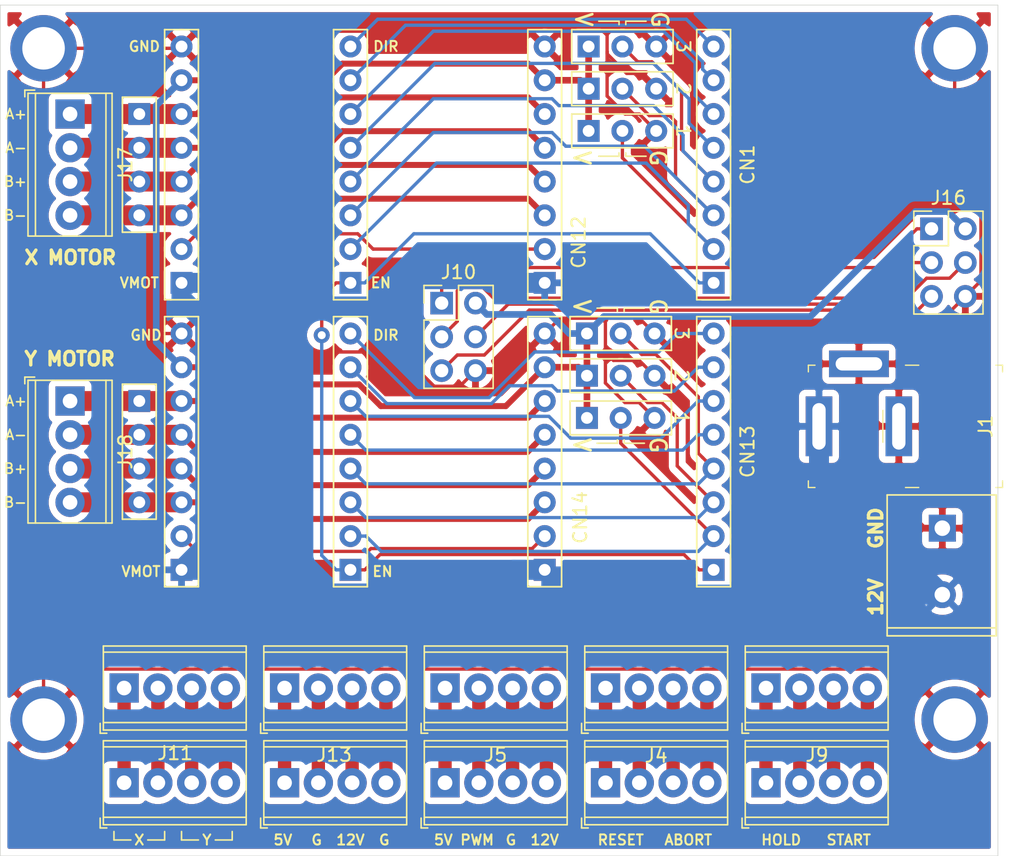
<source format=kicad_pcb>
(kicad_pcb (version 20171130) (host pcbnew "(5.1.2)-2")
  (layers (0 F.Cu signal) (31 B.Cu signal) (34 B.Paste user) (35 F.Paste user) (36 B.SilkS user) (37 F.SilkS user) (38 B.Mask user) (39 F.Mask user) (44 Edge.Cuts user))
  (net 0 "")
  (net 1 GND)
  (net 2 5V)
  (net 3 /VIN_12V)
  (net 4 /X_DIR)
  (net 5 /X_STEP)
  (net 6 /STEP_EN)
  (net 7 "Net-(CN10-Pad5)")
  (net 8 /Y_STEP)
  (net 9 /Y_DIR)
  (net 10 "Net-(CN11-Pad3)")
  (net 11 "Net-(CN11-Pad4)")
  (net 12 "Net-(CN11-Pad5)")
  (net 13 "Net-(CN11-Pad6)")
  (net 14 "Net-(CN1-Pad2)")
  (net 15 "Net-(CN1-Pad3)")
  (net 16 "Net-(CN1-Pad5)")
  (net 17 "Net-(CN1-Pad6)")
  (net 18 "Net-(CN12-Pad6)")
  (net 19 "Net-(CN12-Pad5)")
  (net 20 "Net-(CN12-Pad4)")
  (net 21 "Net-(CN12-Pad3)")
  (net 22 "Net-(CN12-Pad2)")
  (net 23 "Net-(CN10-Pad2)")
  (net 24 "Net-(CN10-Pad3)")
  (net 25 "Net-(CN10-Pad6)")
  (net 26 "Net-(CN11-Pad2)")
  (net 27 "Net-(J2-Pad4)")
  (net 28 "Net-(J2-Pad3)")
  (net 29 "Net-(J2-Pad2)")
  (net 30 "Net-(J2-Pad1)")
  (net 31 "Net-(J3-Pad1)")
  (net 32 "Net-(J3-Pad2)")
  (net 33 "Net-(J3-Pad3)")
  (net 34 "Net-(J3-Pad4)")
  (net 35 "Net-(J6-Pad4)")
  (net 36 "Net-(J6-Pad3)")
  (net 37 "Net-(J6-Pad2)")
  (net 38 "Net-(J6-Pad1)")
  (net 39 "Net-(J11-Pad1)")
  (net 40 "Net-(J11-Pad2)")
  (net 41 "Net-(J11-Pad3)")
  (net 42 "Net-(J11-Pad4)")
  (net 43 "Net-(J13-Pad4)")
  (net 44 "Net-(J13-Pad3)")
  (net 45 "Net-(J13-Pad2)")
  (net 46 "Net-(J13-Pad1)")
  (net 47 "Net-(J10-Pad5)")
  (net 48 "Net-(J10-Pad4)")
  (net 49 "Net-(J10-Pad3)")
  (net 50 "Net-(J10-Pad1)")
  (net 51 "Net-(CN1-Pad4)")
  (net 52 "Net-(CN10-Pad4)")
  (module OPL_Connector:H3-2.54 (layer F.Cu) (at 191.77 37.465 180)
    (fp_text reference CN2 hide)
    (fp_text value CFG1)
    (pad 1 thru_hole rect (at 2.54 0 270) (size 1.651 1.651) (drill 0.889) (layers *.Cu *.Mask) (net 2 5V))
    (pad 2 thru_hole circle (at 0 0 270) (size 1.651 1.651) (drill 0.889) (layers *.Cu *.Mask) (net 14 "Net-(CN1-Pad2)"))
    (pad 3 thru_hole circle (at -2.54 0 270) (size 1.651 1.651) (drill 0.889) (layers *.Cu *.Mask) (net 1 GND))
  )
  (module OPL_Connector:H3-2.54 (layer F.Cu) (at 191.77 34.29 180)
    (fp_text reference CN3 hide)
    (fp_text value CFG1)
    (pad 1 thru_hole rect (at 2.54 0 270) (size 1.651 1.651) (drill 0.889) (layers *.Cu *.Mask) (net 2 5V))
    (pad 2 thru_hole circle (at 0 0 270) (size 1.651 1.651) (drill 0.889) (layers *.Cu *.Mask) (net 15 "Net-(CN1-Pad3)"))
    (pad 3 thru_hole circle (at -2.54 0 270) (size 1.651 1.651) (drill 0.889) (layers *.Cu *.Mask) (net 1 GND))
  )
  (module OPL_Connector:H3-2.54 (layer F.Cu) (at 191.77 31.115 180)
    (fp_text reference CN4 hide)
    (fp_text value CFG1)
    (pad 3 thru_hole circle (at -2.54 0 270) (size 1.651 1.651) (drill 0.889) (layers *.Cu *.Mask) (net 1 GND))
    (pad 2 thru_hole circle (at 0 0 270) (size 1.651 1.651) (drill 0.889) (layers *.Cu *.Mask) (net 51 "Net-(CN1-Pad4)"))
    (pad 1 thru_hole rect (at 2.54 0 270) (size 1.651 1.651) (drill 0.889) (layers *.Cu *.Mask) (net 2 5V))
  )
  (module OPL_Connector:H8-2.54 (layer F.Cu) (at 171.323 40.005 270)
    (fp_text reference CN5 hide)
    (fp_text value FEMALE_LEFT hide)
    (pad 8 thru_hole circle (at -8.89 0 180) (size 1.651 1.651) (drill 0.889) (layers *.Cu *.Mask) (net 4 /X_DIR))
    (pad 7 thru_hole circle (at -6.35 0 180) (size 1.651 1.651) (drill 0.889) (layers *.Cu *.Mask) (net 5 /X_STEP))
    (pad 6 thru_hole circle (at -3.81 0 180) (size 1.651 1.651) (drill 0.889) (layers *.Cu *.Mask) (net 17 "Net-(CN1-Pad6)"))
    (pad 5 thru_hole circle (at -1.27 0 180) (size 1.651 1.651) (drill 0.889) (layers *.Cu *.Mask) (net 16 "Net-(CN1-Pad5)"))
    (pad 4 thru_hole circle (at 1.27 0 180) (size 1.651 1.651) (drill 0.889) (layers *.Cu *.Mask) (net 51 "Net-(CN1-Pad4)"))
    (pad 3 thru_hole circle (at 3.81 0 180) (size 1.651 1.651) (drill 0.889) (layers *.Cu *.Mask) (net 15 "Net-(CN1-Pad3)"))
    (pad 2 thru_hole circle (at 6.35 0 180) (size 1.651 1.651) (drill 0.889) (layers *.Cu *.Mask) (net 14 "Net-(CN1-Pad2)"))
    (pad 1 thru_hole rect (at 8.89 0 180) (size 1.651 1.651) (drill 0.889) (layers *.Cu *.Mask) (net 6 /STEP_EN))
  )
  (module OPL_Connector:H8-2.54 (layer F.Cu) (at 158.623 40.005 270)
    (fp_text reference CN6 hide)
    (fp_text value FEMALE_RIGHT hide)
    (pad 8 thru_hole circle (at -8.89 0 180) (size 1.651 1.651) (drill 0.889) (layers *.Cu *.Mask) (net 1 GND))
    (pad 7 thru_hole circle (at -6.35 0 180) (size 1.651 1.651) (drill 0.889) (layers *.Cu *.Mask) (net 2 5V))
    (pad 6 thru_hole circle (at -3.81 0 180) (size 1.651 1.651) (drill 0.889) (layers *.Cu *.Mask) (net 18 "Net-(CN12-Pad6)"))
    (pad 5 thru_hole circle (at -1.27 0 180) (size 1.651 1.651) (drill 0.889) (layers *.Cu *.Mask) (net 19 "Net-(CN12-Pad5)"))
    (pad 4 thru_hole circle (at 1.27 0 180) (size 1.651 1.651) (drill 0.889) (layers *.Cu *.Mask) (net 20 "Net-(CN12-Pad4)"))
    (pad 3 thru_hole circle (at 3.81 0 180) (size 1.651 1.651) (drill 0.889) (layers *.Cu *.Mask) (net 21 "Net-(CN12-Pad3)"))
    (pad 2 thru_hole circle (at 6.35 0 180) (size 1.651 1.651) (drill 0.889) (layers *.Cu *.Mask) (net 22 "Net-(CN12-Pad2)"))
    (pad 1 thru_hole rect (at 8.89 0 180) (size 1.651 1.651) (drill 0.889) (layers *.Cu *.Mask) (net 3 /VIN_12V))
  )
  (module OPL_Connector:H3-2.54 (layer F.Cu) (at 191.643 59.055 180)
    (fp_text reference CN7 hide)
    (fp_text value CFG1)
    (pad 3 thru_hole circle (at -2.54 0 270) (size 1.651 1.651) (drill 0.889) (layers *.Cu *.Mask) (net 1 GND))
    (pad 2 thru_hole circle (at 0 0 270) (size 1.651 1.651) (drill 0.889) (layers *.Cu *.Mask) (net 23 "Net-(CN10-Pad2)"))
    (pad 1 thru_hole rect (at 2.54 0 270) (size 1.651 1.651) (drill 0.889) (layers *.Cu *.Mask) (net 2 5V))
  )
  (module OPL_Connector:H3-2.54 (layer F.Cu) (at 191.643 55.88 180)
    (fp_text reference CN8 hide)
    (fp_text value CFG1)
    (pad 3 thru_hole circle (at -2.54 0 270) (size 1.651 1.651) (drill 0.889) (layers *.Cu *.Mask) (net 1 GND))
    (pad 2 thru_hole circle (at 0 0 270) (size 1.651 1.651) (drill 0.889) (layers *.Cu *.Mask) (net 24 "Net-(CN10-Pad3)"))
    (pad 1 thru_hole rect (at 2.54 0 270) (size 1.651 1.651) (drill 0.889) (layers *.Cu *.Mask) (net 2 5V))
  )
  (module OPL_Connector:H3-2.54 (layer F.Cu) (at 191.643 52.705 180)
    (fp_text reference CN9 hide)
    (fp_text value CFG1)
    (pad 1 thru_hole rect (at 2.54 0 270) (size 1.651 1.651) (drill 0.889) (layers *.Cu *.Mask) (net 2 5V))
    (pad 2 thru_hole circle (at 0 0 270) (size 1.651 1.651) (drill 0.889) (layers *.Cu *.Mask) (net 52 "Net-(CN10-Pad4)"))
    (pad 3 thru_hole circle (at -2.54 0 270) (size 1.651 1.651) (drill 0.889) (layers *.Cu *.Mask) (net 1 GND))
  )
  (module OPL_Connector:H8-2.54 (layer F.Cu) (at 171.323 61.595 270)
    (fp_text reference CN10 hide)
    (fp_text value FEMALE_LEFT)
    (pad 1 thru_hole rect (at 8.89 0 180) (size 1.651 1.651) (drill 0.889) (layers *.Cu *.Mask) (net 6 /STEP_EN))
    (pad 2 thru_hole circle (at 6.35 0 180) (size 1.651 1.651) (drill 0.889) (layers *.Cu *.Mask) (net 23 "Net-(CN10-Pad2)"))
    (pad 3 thru_hole circle (at 3.81 0 180) (size 1.651 1.651) (drill 0.889) (layers *.Cu *.Mask) (net 24 "Net-(CN10-Pad3)"))
    (pad 4 thru_hole circle (at 1.27 0 180) (size 1.651 1.651) (drill 0.889) (layers *.Cu *.Mask) (net 52 "Net-(CN10-Pad4)"))
    (pad 5 thru_hole circle (at -1.27 0 180) (size 1.651 1.651) (drill 0.889) (layers *.Cu *.Mask) (net 7 "Net-(CN10-Pad5)"))
    (pad 6 thru_hole circle (at -3.81 0 180) (size 1.651 1.651) (drill 0.889) (layers *.Cu *.Mask) (net 25 "Net-(CN10-Pad6)"))
    (pad 7 thru_hole circle (at -6.35 0 180) (size 1.651 1.651) (drill 0.889) (layers *.Cu *.Mask) (net 8 /Y_STEP))
    (pad 8 thru_hole circle (at -8.89 0 180) (size 1.651 1.651) (drill 0.889) (layers *.Cu *.Mask) (net 9 /Y_DIR))
  )
  (module OPL_Connector:H8-2.54 (layer F.Cu) (at 158.623 61.595 270)
    (fp_text reference CN11 hide)
    (fp_text value FEMALE_RIGHT)
    (pad 1 thru_hole rect (at 8.89 0 180) (size 1.651 1.651) (drill 0.889) (layers *.Cu *.Mask) (net 3 /VIN_12V))
    (pad 2 thru_hole circle (at 6.35 0 180) (size 1.651 1.651) (drill 0.889) (layers *.Cu *.Mask) (net 26 "Net-(CN11-Pad2)"))
    (pad 3 thru_hole circle (at 3.81 0 180) (size 1.651 1.651) (drill 0.889) (layers *.Cu *.Mask) (net 10 "Net-(CN11-Pad3)"))
    (pad 4 thru_hole circle (at 1.27 0 180) (size 1.651 1.651) (drill 0.889) (layers *.Cu *.Mask) (net 11 "Net-(CN11-Pad4)"))
    (pad 5 thru_hole circle (at -1.27 0 180) (size 1.651 1.651) (drill 0.889) (layers *.Cu *.Mask) (net 12 "Net-(CN11-Pad5)"))
    (pad 6 thru_hole circle (at -3.81 0 180) (size 1.651 1.651) (drill 0.889) (layers *.Cu *.Mask) (net 13 "Net-(CN11-Pad6)"))
    (pad 7 thru_hole circle (at -6.35 0 180) (size 1.651 1.651) (drill 0.889) (layers *.Cu *.Mask) (net 2 5V))
    (pad 8 thru_hole circle (at -8.89 0 180) (size 1.651 1.651) (drill 0.889) (layers *.Cu *.Mask) (net 1 GND))
  )
  (module digikey-footprints:Barrel_Jack_5.5mmODx2.1mmID_PJ-202A (layer F.Cu) (at 209.55 59.69 270)
    (fp_text reference J1 (at 0 -9.525 90) (layer F.SilkS))
    (fp_text value PJ-202AH)
    (pad 3 thru_hole rect (at -4.7 0 270) (size 2 4.5) (drill oval 1 3.5) (layers *.Cu *.Mask) (net 1 GND))
    (pad 1 thru_hole rect (at 0 3 270) (size 4.5 2) (drill oval 3.5 1) (layers *.Cu *.Mask) (net 3 /VIN_12V))
    (pad 2 thru_hole rect (at 0 -3 270) (size 4.5 2) (drill oval 3.5 1) (layers *.Cu *.Mask) (net 1 GND))
  )
  (module TerminalBlock_Phoenix:TerminalBlock_Phoenix_MPT-0,5-4-2.54_1x04_P2.54mm_Horizontal (layer F.Cu) (at 178.435 79.375)
    (fp_text reference J2 hide)
    (fp_text value TermLaser)
    (pad 4 thru_hole circle (at 7.62 0) (size 2.2 2.2) (drill 1.1) (layers *.Cu *.Mask) (net 27 "Net-(J2-Pad4)"))
    (pad 3 thru_hole circle (at 5.08 0) (size 2.2 2.2) (drill 1.1) (layers *.Cu *.Mask) (net 28 "Net-(J2-Pad3)"))
    (pad 2 thru_hole circle (at 2.54 0) (size 2.2 2.2) (drill 1.1) (layers *.Cu *.Mask) (net 29 "Net-(J2-Pad2)"))
    (pad 1 thru_hole rect (at 0 0) (size 2.2 2.2) (drill 1.1) (layers *.Cu *.Mask) (net 30 "Net-(J2-Pad1)"))
  )
  (module TerminalBlock_Phoenix:TerminalBlock_Phoenix_MPT-0,5-4-2.54_1x04_P2.54mm_Horizontal (layer F.Cu) (at 190.5 79.375)
    (fp_text reference J3 hide)
    (fp_text value TermStop)
    (pad 1 thru_hole rect (at 0 0) (size 2.2 2.2) (drill 1.1) (layers *.Cu *.Mask) (net 31 "Net-(J3-Pad1)"))
    (pad 2 thru_hole circle (at 2.54 0) (size 2.2 2.2) (drill 1.1) (layers *.Cu *.Mask) (net 32 "Net-(J3-Pad2)"))
    (pad 3 thru_hole circle (at 5.08 0) (size 2.2 2.2) (drill 1.1) (layers *.Cu *.Mask) (net 33 "Net-(J3-Pad3)"))
    (pad 4 thru_hole circle (at 7.62 0) (size 2.2 2.2) (drill 1.1) (layers *.Cu *.Mask) (net 34 "Net-(J3-Pad4)"))
  )
  (module TerminalBlock_Phoenix:TerminalBlock_Phoenix_MPT-0,5-4-2.54_1x04_P2.54mm_Horizontal (layer F.Cu) (at 202.565 79.375)
    (fp_text reference J6 hide)
    (fp_text value TermControl)
    (pad 4 thru_hole circle (at 7.62 0) (size 2.2 2.2) (drill 1.1) (layers *.Cu *.Mask) (net 35 "Net-(J6-Pad4)"))
    (pad 3 thru_hole circle (at 5.08 0) (size 2.2 2.2) (drill 1.1) (layers *.Cu *.Mask) (net 36 "Net-(J6-Pad3)"))
    (pad 2 thru_hole circle (at 2.54 0) (size 2.2 2.2) (drill 1.1) (layers *.Cu *.Mask) (net 37 "Net-(J6-Pad2)"))
    (pad 1 thru_hole rect (at 0 0) (size 2.2 2.2) (drill 1.1) (layers *.Cu *.Mask) (net 38 "Net-(J6-Pad1)"))
  )
  (module TerminalBlock_Phoenix:TerminalBlock_Phoenix_MPT-0,5-4-2.54_1x04_P2.54mm_Horizontal (layer F.Cu) (at 154.305 79.375)
    (fp_text reference J7 hide)
    (fp_text value TermLimit)
    (pad 1 thru_hole rect (at 0 0) (size 2.2 2.2) (drill 1.1) (layers *.Cu *.Mask) (net 39 "Net-(J11-Pad1)"))
    (pad 2 thru_hole circle (at 2.54 0) (size 2.2 2.2) (drill 1.1) (layers *.Cu *.Mask) (net 40 "Net-(J11-Pad2)"))
    (pad 3 thru_hole circle (at 5.08 0) (size 2.2 2.2) (drill 1.1) (layers *.Cu *.Mask) (net 41 "Net-(J11-Pad3)"))
    (pad 4 thru_hole circle (at 7.62 0) (size 2.2 2.2) (drill 1.1) (layers *.Cu *.Mask) (net 42 "Net-(J11-Pad4)"))
  )
  (module TerminalBlock_Phoenix:TerminalBlock_Phoenix_MPT-0,5-4-2.54_1x04_P2.54mm_Horizontal (layer F.Cu) (at 166.37 79.375)
    (fp_text reference J8 hide)
    (fp_text value TermAux)
    (pad 4 thru_hole circle (at 7.62 0) (size 2.2 2.2) (drill 1.1) (layers *.Cu *.Mask) (net 43 "Net-(J13-Pad4)"))
    (pad 3 thru_hole circle (at 5.08 0) (size 2.2 2.2) (drill 1.1) (layers *.Cu *.Mask) (net 44 "Net-(J13-Pad3)"))
    (pad 2 thru_hole circle (at 2.54 0) (size 2.2 2.2) (drill 1.1) (layers *.Cu *.Mask) (net 45 "Net-(J13-Pad2)"))
    (pad 1 thru_hole rect (at 0 0) (size 2.2 2.2) (drill 1.1) (layers *.Cu *.Mask) (net 46 "Net-(J13-Pad1)"))
  )
  (module OPL_Connector:H4-2.54 (layer F.Cu) (at 155.448 40.005 90)
    (fp_text reference J12 hide)
    (fp_text value MotorHeader hide)
    (pad 1 thru_hole rect (at 3.81 0) (size 1.651 1.651) (drill 0.889) (layers *.Cu *.Mask) (net 18 "Net-(CN12-Pad6)"))
    (pad 2 thru_hole circle (at 1.27 0) (size 1.651 1.651) (drill 0.889) (layers *.Cu *.Mask) (net 19 "Net-(CN12-Pad5)"))
    (pad 3 thru_hole circle (at -1.27 0) (size 1.651 1.651) (drill 0.889) (layers *.Cu *.Mask) (net 20 "Net-(CN12-Pad4)"))
    (pad 4 thru_hole circle (at -3.81 0) (size 1.651 1.651) (drill 0.889) (layers *.Cu *.Mask) (net 21 "Net-(CN12-Pad3)"))
  )
  (module OPL_Connector:H4-2.54 (layer F.Cu) (at 155.448 61.595 90)
    (fp_text reference J14 hide)
    (fp_text value MotorHeader)
    (pad 4 thru_hole circle (at -3.81 0) (size 1.651 1.651) (drill 0.889) (layers *.Cu *.Mask) (net 10 "Net-(CN11-Pad3)"))
    (pad 3 thru_hole circle (at -1.27 0) (size 1.651 1.651) (drill 0.889) (layers *.Cu *.Mask) (net 11 "Net-(CN11-Pad4)"))
    (pad 2 thru_hole circle (at 1.27 0) (size 1.651 1.651) (drill 0.889) (layers *.Cu *.Mask) (net 12 "Net-(CN11-Pad5)"))
    (pad 1 thru_hole rect (at 3.81 0) (size 1.651 1.651) (drill 0.889) (layers *.Cu *.Mask) (net 13 "Net-(CN11-Pad6)"))
  )
  (module MountingHole:MountingHole_2.5mm_Pad (layer F.Cu) (at 216.75 31.25)
    (fp_text reference H1 hide)
    (fp_text value Mount)
    (pad 1 thru_hole circle (at 0 0) (size 5 5) (drill 3.2) (layers *.Cu *.Mask) (net 1 GND))
  )
  (module MountingHole:MountingHole_2.5mm_Pad (layer F.Cu) (at 148.25 81.75)
    (fp_text reference H2 hide)
    (fp_text value Mount)
    (pad 1 thru_hole circle (at 0 0) (size 5 5) (drill 3.2) (layers *.Cu *.Mask) (net 1 GND))
  )
  (module MountingHole:MountingHole_2.5mm_Pad (layer F.Cu) (at 148.25 31.25)
    (fp_text reference H3 hide)
    (fp_text value Mount)
    (pad 1 thru_hole circle (at 0 0) (size 5 5) (drill 3.2) (layers *.Cu *.Mask) (net 1 GND))
  )
  (module MountingHole:MountingHole_2.5mm_Pad (layer F.Cu) (at 216.75 81.75)
    (fp_text reference H4 hide)
    (fp_text value Mount)
    (pad 1 thru_hole circle (at 0 0) (size 5 5) (drill 3.2) (layers *.Cu *.Mask) (net 1 GND))
  )
  (module OPL_Connector:H2-5.0-10.5X8.0MM (layer F.Cu) (at 215.773 69.85 270)
    (fp_text reference J15 hide)
    (fp_text value 12V_TERM)
    (pad 1 thru_hole rect (at -2.5 -0.05) (size 2.032 2.032) (drill 1.1684) (layers *.Cu *.Mask) (net 1 GND))
    (pad 2 thru_hole circle (at 2.5 -0.05) (size 2.032 2.032) (drill 1.1684) (layers *.Cu *.Mask) (net 3 /VIN_12V))
  )
  (module OPL_Connector:H8-2.54 (layer F.Cu) (at 198.628 40.005 270)
    (fp_text reference CN1 (at 0 -2.55 90) (layer F.SilkS))
    (fp_text value FEMALE_LEFT)
    (pad 1 thru_hole rect (at 8.89 0 180) (size 1.651 1.651) (drill 0.889) (layers *.Cu *.Mask) (net 6 /STEP_EN))
    (pad 2 thru_hole circle (at 6.35 0 180) (size 1.651 1.651) (drill 0.889) (layers *.Cu *.Mask) (net 14 "Net-(CN1-Pad2)"))
    (pad 3 thru_hole circle (at 3.81 0 180) (size 1.651 1.651) (drill 0.889) (layers *.Cu *.Mask) (net 15 "Net-(CN1-Pad3)"))
    (pad 4 thru_hole circle (at 1.27 0 180) (size 1.651 1.651) (drill 0.889) (layers *.Cu *.Mask) (net 51 "Net-(CN1-Pad4)"))
    (pad 5 thru_hole circle (at -1.27 0 180) (size 1.651 1.651) (drill 0.889) (layers *.Cu *.Mask) (net 16 "Net-(CN1-Pad5)"))
    (pad 6 thru_hole circle (at -3.81 0 180) (size 1.651 1.651) (drill 0.889) (layers *.Cu *.Mask) (net 17 "Net-(CN1-Pad6)"))
    (pad 7 thru_hole circle (at -6.35 0 180) (size 1.651 1.651) (drill 0.889) (layers *.Cu *.Mask) (net 5 /X_STEP))
    (pad 8 thru_hole circle (at -8.89 0 180) (size 1.651 1.651) (drill 0.889) (layers *.Cu *.Mask) (net 4 /X_DIR))
  )
  (module OPL_Connector:H8-2.54 (layer F.Cu) (at 185.928 40.005 270)
    (fp_text reference CN12 (at 5.842 -2.55 90) (layer F.SilkS))
    (fp_text value FEMALE_RIGHT)
    (pad 8 thru_hole circle (at -8.89 0 180) (size 1.651 1.651) (drill 0.889) (layers *.Cu *.Mask) (net 1 GND))
    (pad 7 thru_hole circle (at -6.35 0 180) (size 1.651 1.651) (drill 0.889) (layers *.Cu *.Mask) (net 2 5V))
    (pad 6 thru_hole circle (at -3.81 0 180) (size 1.651 1.651) (drill 0.889) (layers *.Cu *.Mask) (net 18 "Net-(CN12-Pad6)"))
    (pad 5 thru_hole circle (at -1.27 0 180) (size 1.651 1.651) (drill 0.889) (layers *.Cu *.Mask) (net 19 "Net-(CN12-Pad5)"))
    (pad 4 thru_hole circle (at 1.27 0 180) (size 1.651 1.651) (drill 0.889) (layers *.Cu *.Mask) (net 20 "Net-(CN12-Pad4)"))
    (pad 3 thru_hole circle (at 3.81 0 180) (size 1.651 1.651) (drill 0.889) (layers *.Cu *.Mask) (net 21 "Net-(CN12-Pad3)"))
    (pad 2 thru_hole circle (at 6.35 0 180) (size 1.651 1.651) (drill 0.889) (layers *.Cu *.Mask) (net 22 "Net-(CN12-Pad2)"))
    (pad 1 thru_hole rect (at 8.89 0 180) (size 1.651 1.651) (drill 0.889) (layers *.Cu *.Mask) (net 3 /VIN_12V))
  )
  (module OPL_Connector:H8-2.54 (layer F.Cu) (at 198.628 61.595 270)
    (fp_text reference CN13 (at 0 -2.55 90) (layer F.SilkS))
    (fp_text value FEMALE_LEFT)
    (pad 1 thru_hole rect (at 8.89 0 180) (size 1.651 1.651) (drill 0.889) (layers *.Cu *.Mask) (net 6 /STEP_EN))
    (pad 2 thru_hole circle (at 6.35 0 180) (size 1.651 1.651) (drill 0.889) (layers *.Cu *.Mask) (net 23 "Net-(CN10-Pad2)"))
    (pad 3 thru_hole circle (at 3.81 0 180) (size 1.651 1.651) (drill 0.889) (layers *.Cu *.Mask) (net 24 "Net-(CN10-Pad3)"))
    (pad 4 thru_hole circle (at 1.27 0 180) (size 1.651 1.651) (drill 0.889) (layers *.Cu *.Mask) (net 52 "Net-(CN10-Pad4)"))
    (pad 5 thru_hole circle (at -1.27 0 180) (size 1.651 1.651) (drill 0.889) (layers *.Cu *.Mask) (net 7 "Net-(CN10-Pad5)"))
    (pad 6 thru_hole circle (at -3.81 0 180) (size 1.651 1.651) (drill 0.889) (layers *.Cu *.Mask) (net 25 "Net-(CN10-Pad6)"))
    (pad 7 thru_hole circle (at -6.35 0 180) (size 1.651 1.651) (drill 0.889) (layers *.Cu *.Mask) (net 8 /Y_STEP))
    (pad 8 thru_hole circle (at -8.89 0 180) (size 1.651 1.651) (drill 0.889) (layers *.Cu *.Mask) (net 9 /Y_DIR))
  )
  (module OPL_Connector:H8-2.54 (layer F.Cu) (at 185.928 61.595 270)
    (fp_text reference CN14 (at 4.953 -2.667 90) (layer F.SilkS))
    (fp_text value FEMALE_RIGHT)
    (pad 8 thru_hole circle (at -8.89 0 180) (size 1.651 1.651) (drill 0.889) (layers *.Cu *.Mask) (net 1 GND))
    (pad 7 thru_hole circle (at -6.35 0 180) (size 1.651 1.651) (drill 0.889) (layers *.Cu *.Mask) (net 2 5V))
    (pad 6 thru_hole circle (at -3.81 0 180) (size 1.651 1.651) (drill 0.889) (layers *.Cu *.Mask) (net 13 "Net-(CN11-Pad6)"))
    (pad 5 thru_hole circle (at -1.27 0 180) (size 1.651 1.651) (drill 0.889) (layers *.Cu *.Mask) (net 12 "Net-(CN11-Pad5)"))
    (pad 4 thru_hole circle (at 1.27 0 180) (size 1.651 1.651) (drill 0.889) (layers *.Cu *.Mask) (net 11 "Net-(CN11-Pad4)"))
    (pad 3 thru_hole circle (at 3.81 0 180) (size 1.651 1.651) (drill 0.889) (layers *.Cu *.Mask) (net 10 "Net-(CN11-Pad3)"))
    (pad 2 thru_hole circle (at 6.35 0 180) (size 1.651 1.651) (drill 0.889) (layers *.Cu *.Mask) (net 26 "Net-(CN11-Pad2)"))
    (pad 1 thru_hole rect (at 8.89 0 180) (size 1.651 1.651) (drill 0.889) (layers *.Cu *.Mask) (net 3 /VIN_12V))
  )
  (module TerminalBlock_Phoenix:TerminalBlock_Phoenix_MPT-0,5-4-2.54_1x04_P2.54mm_Horizontal (layer F.Cu) (at 190.5 86.5)
    (fp_text reference J4 (at 3.81 -2.032) (layer F.SilkS))
    (fp_text value TermStop)
    (pad 1 thru_hole rect (at 0 0) (size 2.2 2.2) (drill 1.1) (layers *.Cu *.Mask) (net 31 "Net-(J3-Pad1)"))
    (pad 2 thru_hole circle (at 2.54 0) (size 2.2 2.2) (drill 1.1) (layers *.Cu *.Mask) (net 32 "Net-(J3-Pad2)"))
    (pad 3 thru_hole circle (at 5.08 0) (size 2.2 2.2) (drill 1.1) (layers *.Cu *.Mask) (net 33 "Net-(J3-Pad3)"))
    (pad 4 thru_hole circle (at 7.62 0) (size 2.2 2.2) (drill 1.1) (layers *.Cu *.Mask) (net 34 "Net-(J3-Pad4)"))
  )
  (module TerminalBlock_Phoenix:TerminalBlock_Phoenix_MPT-0,5-4-2.54_1x04_P2.54mm_Horizontal (layer F.Cu) (at 178.435 86.5)
    (fp_text reference J5 (at 3.81 -2.096001) (layer F.SilkS))
    (fp_text value TermLaser)
    (pad 1 thru_hole rect (at 0 0) (size 2.2 2.2) (drill 1.1) (layers *.Cu *.Mask) (net 30 "Net-(J2-Pad1)"))
    (pad 2 thru_hole circle (at 2.54 0) (size 2.2 2.2) (drill 1.1) (layers *.Cu *.Mask) (net 29 "Net-(J2-Pad2)"))
    (pad 3 thru_hole circle (at 5.08 0) (size 2.2 2.2) (drill 1.1) (layers *.Cu *.Mask) (net 28 "Net-(J2-Pad3)"))
    (pad 4 thru_hole circle (at 7.62 0) (size 2.2 2.2) (drill 1.1) (layers *.Cu *.Mask) (net 27 "Net-(J2-Pad4)"))
  )
  (module TerminalBlock_Phoenix:TerminalBlock_Phoenix_MPT-0,5-4-2.54_1x04_P2.54mm_Horizontal (layer F.Cu) (at 202.565 86.5)
    (fp_text reference J9 (at 3.836999 -2.101001) (layer F.SilkS))
    (fp_text value TermControl)
    (pad 4 thru_hole circle (at 7.62 0) (size 2.2 2.2) (drill 1.1) (layers *.Cu *.Mask) (net 35 "Net-(J6-Pad4)"))
    (pad 3 thru_hole circle (at 5.08 0) (size 2.2 2.2) (drill 1.1) (layers *.Cu *.Mask) (net 36 "Net-(J6-Pad3)"))
    (pad 2 thru_hole circle (at 2.54 0) (size 2.2 2.2) (drill 1.1) (layers *.Cu *.Mask) (net 37 "Net-(J6-Pad2)"))
    (pad 1 thru_hole rect (at 0 0) (size 2.2 2.2) (drill 1.1) (layers *.Cu *.Mask) (net 38 "Net-(J6-Pad1)"))
  )
  (module Connector_PinHeader_2.54mm:PinHeader_2x03_P2.54mm_Vertical (layer F.Cu) (at 178.181 50.419)
    (fp_text reference J10 (at 1.27 -2.33) (layer F.SilkS))
    (fp_text value ICSP)
    (pad 6 thru_hole oval (at 2.54 5.08) (size 1.7 1.7) (drill 1) (layers *.Cu *.Mask) (net 1 GND))
    (pad 5 thru_hole oval (at 0 5.08) (size 1.7 1.7) (drill 1) (layers *.Cu *.Mask) (net 47 "Net-(J10-Pad5)"))
    (pad 4 thru_hole oval (at 2.54 2.54) (size 1.7 1.7) (drill 1) (layers *.Cu *.Mask) (net 48 "Net-(J10-Pad4)"))
    (pad 3 thru_hole oval (at 0 2.54) (size 1.7 1.7) (drill 1) (layers *.Cu *.Mask) (net 49 "Net-(J10-Pad3)"))
    (pad 2 thru_hole oval (at 2.54 0) (size 1.7 1.7) (drill 1) (layers *.Cu *.Mask) (net 2 5V))
    (pad 1 thru_hole rect (at 0 0) (size 1.7 1.7) (drill 1) (layers *.Cu *.Mask) (net 50 "Net-(J10-Pad1)"))
  )
  (module TerminalBlock_Phoenix:TerminalBlock_Phoenix_MPT-0,5-4-2.54_1x04_P2.54mm_Horizontal (layer F.Cu) (at 154.305 86.5)
    (fp_text reference J11 (at 3.836999 -2.223001) (layer F.SilkS))
    (fp_text value TermLimit)
    (pad 1 thru_hole rect (at 0 0) (size 2.2 2.2) (drill 1.1) (layers *.Cu *.Mask) (net 39 "Net-(J11-Pad1)"))
    (pad 2 thru_hole circle (at 2.54 0) (size 2.2 2.2) (drill 1.1) (layers *.Cu *.Mask) (net 40 "Net-(J11-Pad2)"))
    (pad 3 thru_hole circle (at 5.08 0) (size 2.2 2.2) (drill 1.1) (layers *.Cu *.Mask) (net 41 "Net-(J11-Pad3)"))
    (pad 4 thru_hole circle (at 7.62 0) (size 2.2 2.2) (drill 1.1) (layers *.Cu *.Mask) (net 42 "Net-(J11-Pad4)"))
  )
  (module TerminalBlock_Phoenix:TerminalBlock_Phoenix_MPT-0,5-4-2.54_1x04_P2.54mm_Horizontal (layer F.Cu) (at 166.37 86.5)
    (fp_text reference J13 (at 3.729999 -2.101001) (layer F.SilkS))
    (fp_text value TermAux)
    (pad 4 thru_hole circle (at 7.62 0) (size 2.2 2.2) (drill 1.1) (layers *.Cu *.Mask) (net 43 "Net-(J13-Pad4)"))
    (pad 3 thru_hole circle (at 5.08 0) (size 2.2 2.2) (drill 1.1) (layers *.Cu *.Mask) (net 44 "Net-(J13-Pad3)"))
    (pad 2 thru_hole circle (at 2.54 0) (size 2.2 2.2) (drill 1.1) (layers *.Cu *.Mask) (net 45 "Net-(J13-Pad2)"))
    (pad 1 thru_hole rect (at 0 0) (size 2.2 2.2) (drill 1.1) (layers *.Cu *.Mask) (net 46 "Net-(J13-Pad1)"))
  )
  (module Connector_PinHeader_2.54mm:PinHeader_2x03_P2.54mm_Vertical (layer F.Cu) (at 215.011 44.831)
    (fp_text reference J16 (at 1.27 -2.33) (layer F.SilkS))
    (fp_text value ICSP)
    (pad 1 thru_hole rect (at 0 0) (size 1.7 1.7) (drill 1) (layers *.Cu *.Mask) (net 50 "Net-(J10-Pad1)"))
    (pad 2 thru_hole oval (at 2.54 0) (size 1.7 1.7) (drill 1) (layers *.Cu *.Mask) (net 2 5V))
    (pad 3 thru_hole oval (at 0 2.54) (size 1.7 1.7) (drill 1) (layers *.Cu *.Mask) (net 49 "Net-(J10-Pad3)"))
    (pad 4 thru_hole oval (at 2.54 2.54) (size 1.7 1.7) (drill 1) (layers *.Cu *.Mask) (net 48 "Net-(J10-Pad4)"))
    (pad 5 thru_hole oval (at 0 5.08) (size 1.7 1.7) (drill 1) (layers *.Cu *.Mask) (net 47 "Net-(J10-Pad5)"))
    (pad 6 thru_hole oval (at 2.54 5.08) (size 1.7 1.7) (drill 1) (layers *.Cu *.Mask) (net 1 GND))
  )
  (module TerminalBlock_Phoenix:TerminalBlock_Phoenix_MPT-0,5-4-2.54_1x04_P2.54mm_Horizontal (layer F.Cu) (at 150.241 36.195 270)
    (fp_text reference J17 (at 3.81 -4.16 90) (layer F.SilkS))
    (fp_text value MotorHeader)
    (pad 4 thru_hole circle (at 7.62 0 270) (size 2.2 2.2) (drill 1.1) (layers *.Cu *.Mask) (net 21 "Net-(CN12-Pad3)"))
    (pad 3 thru_hole circle (at 5.08 0 270) (size 2.2 2.2) (drill 1.1) (layers *.Cu *.Mask) (net 20 "Net-(CN12-Pad4)"))
    (pad 2 thru_hole circle (at 2.54 0 270) (size 2.2 2.2) (drill 1.1) (layers *.Cu *.Mask) (net 19 "Net-(CN12-Pad5)"))
    (pad 1 thru_hole rect (at 0 0 270) (size 2.2 2.2) (drill 1.1) (layers *.Cu *.Mask) (net 18 "Net-(CN12-Pad6)"))
  )
  (module TerminalBlock_Phoenix:TerminalBlock_Phoenix_MPT-0,5-4-2.54_1x04_P2.54mm_Horizontal (layer F.Cu) (at 150.241 57.785 270)
    (fp_text reference J18 (at 3.81 -4.16 90) (layer F.SilkS))
    (fp_text value MotorHeader)
    (pad 1 thru_hole rect (at 0 0 270) (size 2.2 2.2) (drill 1.1) (layers *.Cu *.Mask) (net 13 "Net-(CN11-Pad6)"))
    (pad 2 thru_hole circle (at 2.54 0 270) (size 2.2 2.2) (drill 1.1) (layers *.Cu *.Mask) (net 12 "Net-(CN11-Pad5)"))
    (pad 3 thru_hole circle (at 5.08 0 270) (size 2.2 2.2) (drill 1.1) (layers *.Cu *.Mask) (net 11 "Net-(CN11-Pad4)"))
    (pad 4 thru_hole circle (at 7.62 0 270) (size 2.2 2.2) (drill 1.1) (layers *.Cu *.Mask) (net 10 "Net-(CN11-Pad3)"))
  )
  (gr_line (start 145 92) (end 145 28) (layer Edge.Cuts) (width 0.05))
  (gr_line (start 220 92) (end 145 92) (layer Edge.Cuts) (width 0.05))
  (gr_line (start 220 28) (end 220 92) (layer Edge.Cuts) (width 0.05))
  (gr_line (start 145 28) (end 220 28) (layer Edge.Cuts) (width 0.05))
  (gr_text EN (at 173.736 70.612) (layer F.SilkS) (effects (font (size 0.762 0.762))))
  (gr_text GND (at 155.956 52.832) (layer F.SilkS) (effects (font (size 0.762 0.762))))
  (gr_text DIR (at 173.99 52.832) (layer F.SilkS) (effects (font (size 0.762 0.762))))
  (gr_text VMOT (at 155.575 70.612) (layer F.SilkS) (effects (font (size 0.762 0.762))))
  (gr_text DIR (at 173.99 31.115) (layer F.SilkS) (effects (font (size 0.762 0.762))))
  (gr_text GND (at 155.829 31.115) (layer F.SilkS) (effects (font (size 0.762 0.762))))
  (gr_text EN (at 173.609 48.895) (layer F.SilkS) (effects (font (size 0.762 0.762))))
  (gr_text VMOT (at 155.448 48.895) (layer F.SilkS) (effects (font (size 0.762 0.762))))
  (gr_text G (at 194.437 61.087 270) (layer F.SilkS) (effects (font (size 1.2 1.2) (thickness 0.2))))
  (gr_text V (at 188.722 61.087 270) (layer F.SilkS) (effects (font (size 1.2 1.2) (thickness 0.2))))
  (gr_text V (at 188.849 29.083 270) (layer F.SilkS) (effects (font (size 1.2 1.2) (thickness 0.2))))
  (gr_text G (at 194.564 29.083 270) (layer F.SilkS) (effects (font (size 1.2 1.2) (thickness 0.2))))
  (gr_text G (at 194.437 39.497 270) (layer F.SilkS) (effects (font (size 1.2 1.2) (thickness 0.2))))
  (gr_text V (at 188.722 39.497 270) (layer F.SilkS) (effects (font (size 1.2 1.2) (thickness 0.2))))
  (gr_line (start 191.897 50.8) (end 193.421 50.8) (layer F.SilkS) (width 0.12))
  (gr_line (start 191.897 51.054) (end 191.897 50.8) (layer F.SilkS) (width 0.12))
  (gr_line (start 189.865 50.8) (end 191.389 50.8) (layer F.SilkS) (width 0.12))
  (gr_line (start 191.389 50.8) (end 191.389 51.054) (layer F.SilkS) (width 0.12))
  (gr_line (start 193.421 60.96) (end 191.897 60.96) (layer F.SilkS) (width 0.12))
  (gr_line (start 191.897 60.96) (end 191.897 60.706) (layer F.SilkS) (width 0.12))
  (gr_line (start 191.389 60.96) (end 189.865 60.96) (layer F.SilkS) (width 0.12))
  (gr_line (start 191.389 60.706) (end 191.389 60.96) (layer F.SilkS) (width 0.12))
  (gr_line (start 192.024 39.37) (end 192.024 39.116) (layer F.SilkS) (width 0.12))
  (gr_line (start 191.516 39.116) (end 191.516 39.37) (layer F.SilkS) (width 0.12))
  (gr_line (start 191.516 39.37) (end 189.992 39.37) (layer F.SilkS) (width 0.12))
  (gr_line (start 193.548 39.37) (end 192.024 39.37) (layer F.SilkS) (width 0.12))
  (gr_line (start 192.024 29.21) (end 193.548 29.21) (layer F.SilkS) (width 0.12))
  (gr_line (start 192.024 29.464) (end 192.024 29.21) (layer F.SilkS) (width 0.12))
  (gr_line (start 191.516 29.21) (end 191.516 29.464) (layer F.SilkS) (width 0.12))
  (gr_line (start 189.992 29.21) (end 191.516 29.21) (layer F.SilkS) (width 0.12))
  (gr_text G (at 194.437 50.673 270) (layer F.SilkS) (effects (font (size 1.2 1.2) (thickness 0.2))))
  (gr_text V (at 188.722 50.673 270) (layer F.SilkS) (effects (font (size 1.2 1.2) (thickness 0.2))))
  (gr_text 1 (at 196.215 59.055 270) (layer F.SilkS) (effects (font (size 1 1))))
  (gr_text 3 (at 196.215 52.705 270) (layer F.SilkS) (effects (font (size 1 1))))
  (gr_text 2 (at 196.215 55.88 270) (layer F.SilkS) (effects (font (size 1 1))))
  (gr_text 3 (at 196.342 31.115 270) (layer F.SilkS) (effects (font (size 1 1))))
  (gr_text 2 (at 196.342 34.29 270) (layer F.SilkS) (effects (font (size 1 1))))
  (gr_text 1 (at 196.342 37.465 270) (layer F.SilkS) (effects (font (size 1 1))))
  (gr_text 12V (at 210.82 70.993 90) (layer F.SilkS) (effects (font (size 1 1) (thickness 0.25)) (justify right)))
  (gr_text GND (at 210.82 65.659 90) (layer F.SilkS) (effects (font (size 1 1) (thickness 0.25)) (justify right)))
  (gr_text "Y MOTOR" (at 146.685 54.61) (layer F.SilkS) (effects (font (size 1.016 1.016) (thickness 0.254)) (justify left)))
  (gr_text "X MOTOR" (at 146.685 46.99) (layer F.SilkS) (effects (font (size 1.016 1.016) (thickness 0.254)) (justify left)))
  (gr_text A- (at 147.066 60.325) (layer F.SilkS) (effects (font (size 0.762 0.762) (thickness 0.127)) (justify right)))
  (gr_text A+ (at 147.066 57.785) (layer F.SilkS) (effects (font (size 0.762 0.762) (thickness 0.127)) (justify right)))
  (gr_text B- (at 147.066 65.405) (layer F.SilkS) (effects (font (size 0.762 0.762) (thickness 0.127)) (justify right)))
  (gr_text B+ (at 147.066 62.865) (layer F.SilkS) (effects (font (size 0.762 0.762) (thickness 0.127)) (justify right)))
  (gr_text B- (at 147.066 43.815) (layer F.SilkS) (effects (font (size 0.762 0.762) (thickness 0.127)) (justify right)))
  (gr_text B+ (at 147.066 41.275) (layer F.SilkS) (effects (font (size 0.762 0.762) (thickness 0.127)) (justify right)))
  (gr_text A- (at 147.066 38.735) (layer F.SilkS) (effects (font (size 0.762 0.762) (thickness 0.127)) (justify right)))
  (gr_text A+ (at 147.066 36.195) (layer F.SilkS) (effects (font (size 0.762 0.762) (thickness 0.127)) (justify right)))
  (gr_text 12V (at 185.928 90.805) (layer F.SilkS) (effects (font (size 0.762 0.762))))
  (gr_text PWM (at 180.848 90.805) (layer F.SilkS) (effects (font (size 0.762 0.762))))
  (gr_text G (at 183.388 90.805) (layer F.SilkS) (effects (font (size 0.762 0.762))))
  (gr_text 5V (at 178.308 90.805) (layer F.SilkS) (effects (font (size 0.762 0.762))))
  (gr_text G (at 173.863 90.805) (layer F.SilkS) (effects (font (size 0.762 0.762))))
  (gr_text G (at 168.783 90.805) (layer F.SilkS) (effects (font (size 0.762 0.762))))
  (gr_text 12V (at 171.323 90.805) (layer F.SilkS) (effects (font (size 0.762 0.762))))
  (gr_text 5V (at 166.243 90.805) (layer F.SilkS) (effects (font (size 0.762 0.762))))
  (gr_text START (at 208.788 90.805) (layer F.SilkS) (effects (font (size 0.762 0.762))))
  (gr_text HOLD (at 203.708 90.805) (layer F.SilkS) (effects (font (size 0.762 0.762))))
  (gr_text ABORT (at 196.723 90.805) (layer F.SilkS) (effects (font (size 0.762 0.762))))
  (gr_text RESET (at 191.643 90.805) (layer F.SilkS) (effects (font (size 0.762 0.762))))
  (gr_line (start 162.433 90.805) (end 162.433 90.17) (layer F.SilkS) (width 0.12))
  (gr_line (start 161.163 90.805) (end 162.433 90.805) (layer F.SilkS) (width 0.12))
  (gr_line (start 158.623 90.805) (end 158.623 90.17) (layer F.SilkS) (width 0.12))
  (gr_line (start 159.893 90.805) (end 158.623 90.805) (layer F.SilkS) (width 0.12))
  (gr_line (start 153.543 90.805) (end 153.543 90.17) (layer F.SilkS) (width 0.12))
  (gr_line (start 154.813 90.805) (end 153.543 90.805) (layer F.SilkS) (width 0.12))
  (gr_line (start 157.353 90.805) (end 157.353 90.17) (layer F.SilkS) (width 0.12))
  (gr_line (start 156.083 90.805) (end 157.353 90.805) (layer F.SilkS) (width 0.12))
  (gr_text Y (at 160.528 90.805) (layer F.SilkS) (effects (font (size 0.762 0.762))))
  (gr_text X (at 155.448 90.805) (layer F.SilkS) (effects (font (size 0.762 0.762))))
  (segment (start 172.148499 61.150499) (end 171.323 60.325) (width 0.25) (layer B.Cu) (net 7))
  (segment (start 172.473501 61.475501) (end 172.148499 61.150499) (width 0.25) (layer B.Cu) (net 7))
  (segment (start 196.310066 61.475501) (end 172.473501 61.475501) (width 0.25) (layer B.Cu) (net 7))
  (segment (start 198.628 60.325) (end 197.460567 60.325) (width 0.25) (layer B.Cu) (net 7))
  (segment (start 197.460567 60.325) (end 196.310066 61.475501) (width 0.25) (layer B.Cu) (net 7))
  (segment (start 150.241 65.405) (end 155.448 65.405) (width 1.5) (layer F.Cu) (net 10))
  (segment (start 155.448 65.405) (end 158.623 65.405) (width 1.5) (layer F.Cu) (net 10))
  (segment (start 185.102501 66.230499) (end 185.928 65.405) (width 0.45) (layer F.Cu) (net 10))
  (segment (start 184.677499 66.655501) (end 185.102501 66.230499) (width 0.45) (layer F.Cu) (net 10))
  (segment (start 161.040934 66.655501) (end 184.677499 66.655501) (width 0.45) (layer F.Cu) (net 10))
  (segment (start 158.623 65.405) (end 159.790433 65.405) (width 0.45) (layer F.Cu) (net 10))
  (segment (start 159.790433 65.405) (end 161.040934 66.655501) (width 0.45) (layer F.Cu) (net 10))
  (segment (start 158.623 62.865) (end 155.448 62.865) (width 1.5) (layer F.Cu) (net 11))
  (segment (start 155.448 62.865) (end 150.241 62.865) (width 1.5) (layer F.Cu) (net 11))
  (segment (start 185.102501 63.690499) (end 185.928 62.865) (width 0.45) (layer F.Cu) (net 11))
  (segment (start 184.677499 64.115501) (end 185.102501 63.690499) (width 0.45) (layer F.Cu) (net 11))
  (segment (start 158.623 62.865) (end 159.873501 64.115501) (width 0.45) (layer F.Cu) (net 11))
  (segment (start 159.873501 64.115501) (end 184.677499 64.115501) (width 0.45) (layer F.Cu) (net 11))
  (segment (start 150.241 60.325) (end 155.448 60.325) (width 1.5) (layer F.Cu) (net 12))
  (segment (start 155.448 60.325) (end 158.623 60.325) (width 1.5) (layer F.Cu) (net 12))
  (segment (start 185.102501 61.150499) (end 185.928 60.325) (width 0.45) (layer F.Cu) (net 12))
  (segment (start 184.638501 61.614499) (end 185.102501 61.150499) (width 0.45) (layer F.Cu) (net 12))
  (segment (start 158.623 60.325) (end 159.912499 61.614499) (width 0.45) (layer F.Cu) (net 12))
  (segment (start 159.912499 61.614499) (end 184.638501 61.614499) (width 0.45) (layer F.Cu) (net 12))
  (segment (start 150.241 57.785) (end 155.448 57.785) (width 1.5) (layer F.Cu) (net 13))
  (segment (start 155.448 57.785) (end 158.623 57.785) (width 1.5) (layer F.Cu) (net 13))
  (segment (start 185.102501 58.610499) (end 185.928 57.785) (width 0.45) (layer F.Cu) (net 13))
  (segment (start 184.677499 59.035501) (end 185.102501 58.610499) (width 0.45) (layer F.Cu) (net 13))
  (segment (start 161.040934 59.035501) (end 184.677499 59.035501) (width 0.45) (layer F.Cu) (net 13))
  (segment (start 158.623 57.785) (end 159.790433 57.785) (width 0.45) (layer F.Cu) (net 13))
  (segment (start 159.790433 57.785) (end 161.040934 59.035501) (width 0.45) (layer F.Cu) (net 13))
  (segment (start 191.77 39.497) (end 198.628 46.355) (width 0.25) (layer F.Cu) (net 14))
  (segment (start 191.77 37.465) (end 191.77 39.497) (width 0.25) (layer F.Cu) (net 14))
  (segment (start 195.76499 36.76099) (end 195.76499 40.95199) (width 0.25) (layer F.Cu) (net 15))
  (segment (start 197.802501 42.989501) (end 198.628 43.815) (width 0.25) (layer F.Cu) (net 15))
  (segment (start 195.76499 40.95199) (end 197.802501 42.989501) (width 0.25) (layer F.Cu) (net 15))
  (segment (start 195.318499 36.314499) (end 195.76499 36.76099) (width 0.25) (layer F.Cu) (net 15))
  (segment (start 191.77 34.29) (end 193.794499 36.314499) (width 0.25) (layer F.Cu) (net 15))
  (segment (start 193.794499 36.314499) (end 195.318499 36.314499) (width 0.25) (layer F.Cu) (net 15))
  (segment (start 159.448499 30.289501) (end 158.623 31.115) (width 0.25) (layer F.Cu) (net 1))
  (segment (start 159.773501 29.964499) (end 159.448499 30.289501) (width 0.25) (layer F.Cu) (net 1))
  (segment (start 185.928 31.115) (end 184.777499 29.964499) (width 0.25) (layer F.Cu) (net 1))
  (segment (start 184.777499 29.964499) (end 159.773501 29.964499) (width 0.25) (layer F.Cu) (net 1))
  (segment (start 150.241 36.195) (end 155.448 36.195) (width 1.5) (layer F.Cu) (net 18))
  (segment (start 158.623 36.195) (end 155.448 36.195) (width 1.5) (layer F.Cu) (net 18))
  (segment (start 185.102501 35.369501) (end 185.928 36.195) (width 0.45) (layer F.Cu) (net 18))
  (segment (start 184.677499 34.944499) (end 185.102501 35.369501) (width 0.45) (layer F.Cu) (net 18))
  (segment (start 161.040934 34.944499) (end 184.677499 34.944499) (width 0.45) (layer F.Cu) (net 18))
  (segment (start 158.623 36.195) (end 159.790433 36.195) (width 0.45) (layer F.Cu) (net 18))
  (segment (start 159.790433 36.195) (end 161.040934 34.944499) (width 0.45) (layer F.Cu) (net 18))
  (segment (start 155.448 38.735) (end 150.241 38.735) (width 1.5) (layer F.Cu) (net 19))
  (segment (start 155.448 38.735) (end 158.623 38.735) (width 1.5) (layer F.Cu) (net 19))
  (segment (start 185.102501 37.909501) (end 185.928 38.735) (width 0.45) (layer F.Cu) (net 19))
  (segment (start 184.677499 37.484499) (end 185.102501 37.909501) (width 0.45) (layer F.Cu) (net 19))
  (segment (start 170.722759 37.484499) (end 184.677499 37.484499) (width 0.45) (layer F.Cu) (net 19))
  (segment (start 158.623 38.735) (end 169.472258 38.735) (width 0.45) (layer F.Cu) (net 19))
  (segment (start 169.472258 38.735) (end 170.722759 37.484499) (width 0.45) (layer F.Cu) (net 19))
  (segment (start 150.241 41.275) (end 155.448 41.275) (width 1.5) (layer F.Cu) (net 20))
  (segment (start 158.623 41.275) (end 155.448 41.275) (width 1.5) (layer F.Cu) (net 20))
  (segment (start 185.102501 40.449501) (end 185.928 41.275) (width 0.45) (layer F.Cu) (net 20))
  (segment (start 184.677499 40.024499) (end 185.102501 40.449501) (width 0.45) (layer F.Cu) (net 20))
  (segment (start 158.623 41.275) (end 159.873501 40.024499) (width 0.45) (layer F.Cu) (net 20))
  (segment (start 159.873501 40.024499) (end 184.677499 40.024499) (width 0.45) (layer F.Cu) (net 20))
  (segment (start 155.448 43.815) (end 150.241 43.815) (width 1.5) (layer F.Cu) (net 21))
  (segment (start 155.448 43.815) (end 158.623 43.815) (width 1.5) (layer F.Cu) (net 21))
  (segment (start 185.102501 42.989501) (end 185.928 43.815) (width 0.45) (layer F.Cu) (net 21))
  (segment (start 184.677499 42.564499) (end 185.102501 42.989501) (width 0.45) (layer F.Cu) (net 21))
  (segment (start 158.623 43.815) (end 159.873501 42.564499) (width 0.45) (layer F.Cu) (net 21))
  (segment (start 159.873501 42.564499) (end 184.677499 42.564499) (width 0.45) (layer F.Cu) (net 21))
  (segment (start 159.448499 45.529501) (end 158.623 46.355) (width 0.25) (layer F.Cu) (net 22))
  (segment (start 159.773501 45.204499) (end 159.448499 45.529501) (width 0.25) (layer F.Cu) (net 22))
  (segment (start 171.875241 45.204499) (end 159.773501 45.204499) (width 0.25) (layer F.Cu) (net 22))
  (segment (start 185.928 46.355) (end 173.025742 46.355) (width 0.25) (layer F.Cu) (net 22))
  (segment (start 173.025742 46.355) (end 171.875241 45.204499) (width 0.25) (layer F.Cu) (net 22))
  (segment (start 191.643 60.96) (end 198.628 67.945) (width 0.25) (layer F.Cu) (net 23))
  (segment (start 191.643 59.055) (end 191.643 60.96) (width 0.25) (layer F.Cu) (net 23))
  (segment (start 197.802501 68.770499) (end 198.628 67.945) (width 0.25) (layer B.Cu) (net 23))
  (segment (start 197.477499 69.095501) (end 197.802501 68.770499) (width 0.25) (layer B.Cu) (net 23))
  (segment (start 173.640934 69.095501) (end 197.477499 69.095501) (width 0.25) (layer B.Cu) (net 23))
  (segment (start 171.323 67.945) (end 172.490433 67.945) (width 0.25) (layer B.Cu) (net 23))
  (segment (start 172.490433 67.945) (end 173.640934 69.095501) (width 0.25) (layer B.Cu) (net 23))
  (segment (start 197.802501 64.579501) (end 198.628 65.405) (width 0.25) (layer F.Cu) (net 24))
  (segment (start 195.89199 62.66899) (end 197.802501 64.579501) (width 0.25) (layer F.Cu) (net 24))
  (segment (start 195.89199 59.061248) (end 195.89199 62.66899) (width 0.25) (layer F.Cu) (net 24))
  (segment (start 194.735241 57.904499) (end 195.89199 59.061248) (width 0.25) (layer F.Cu) (net 24))
  (segment (start 191.643 55.88) (end 193.667499 57.904499) (width 0.25) (layer F.Cu) (net 24))
  (segment (start 193.667499 57.904499) (end 194.735241 57.904499) (width 0.25) (layer F.Cu) (net 24))
  (segment (start 172.148499 66.230499) (end 171.323 65.405) (width 0.25) (layer B.Cu) (net 24))
  (segment (start 172.473501 66.555501) (end 172.148499 66.230499) (width 0.25) (layer B.Cu) (net 24))
  (segment (start 198.628 65.405) (end 197.477499 66.555501) (width 0.25) (layer B.Cu) (net 24))
  (segment (start 197.477499 66.555501) (end 172.473501 66.555501) (width 0.25) (layer B.Cu) (net 24))
  (segment (start 172.3985 70.485) (end 171.323 70.485) (width 0.25) (layer F.Cu) (net 6))
  (segment (start 173.549001 69.334499) (end 172.3985 70.485) (width 0.25) (layer F.Cu) (net 6))
  (segment (start 196.401999 69.334499) (end 173.549001 69.334499) (width 0.25) (layer F.Cu) (net 6))
  (segment (start 198.628 70.485) (end 197.5525 70.485) (width 0.25) (layer F.Cu) (net 6))
  (segment (start 197.5525 70.485) (end 196.401999 69.334499) (width 0.25) (layer F.Cu) (net 6))
  (segment (start 197.460567 57.785) (end 194.666567 60.579) (width 0.25) (layer B.Cu) (net 25))
  (segment (start 198.628 57.785) (end 197.460567 57.785) (width 0.25) (layer B.Cu) (net 25))
  (segment (start 194.666567 60.579) (end 187.884742 60.579) (width 0.25) (layer B.Cu) (net 25))
  (segment (start 172.148499 58.610499) (end 171.323 57.785) (width 0.25) (layer B.Cu) (net 25))
  (segment (start 172.473501 58.935501) (end 172.148499 58.610499) (width 0.25) (layer B.Cu) (net 25))
  (segment (start 186.241243 58.935501) (end 172.473501 58.935501) (width 0.25) (layer B.Cu) (net 25))
  (segment (start 187.884742 60.579) (end 186.241243 58.935501) (width 0.25) (layer B.Cu) (net 25))
  (segment (start 172.148499 56.070499) (end 171.323 55.245) (width 0.25) (layer B.Cu) (net 8))
  (segment (start 174.05901 57.98101) (end 172.148499 56.070499) (width 0.25) (layer B.Cu) (net 8))
  (segment (start 181.9234 57.98101) (end 174.05901 57.98101) (width 0.25) (layer B.Cu) (net 8))
  (segment (start 197.460567 55.245) (end 195.675066 57.030501) (width 0.25) (layer B.Cu) (net 8))
  (segment (start 195.675066 57.030501) (end 186.876243 57.030501) (width 0.25) (layer B.Cu) (net 8))
  (segment (start 186.876243 57.030501) (end 186.480241 56.634499) (width 0.25) (layer B.Cu) (net 8))
  (segment (start 183.269911 56.634499) (end 181.9234 57.98101) (width 0.25) (layer B.Cu) (net 8))
  (segment (start 186.480241 56.634499) (end 183.269911 56.634499) (width 0.25) (layer B.Cu) (net 8))
  (segment (start 198.628 55.245) (end 197.460567 55.245) (width 0.25) (layer B.Cu) (net 8))
  (segment (start 194.496243 54.094499) (end 185.173501 54.094499) (width 0.25) (layer B.Cu) (net 9))
  (segment (start 198.628 52.705) (end 195.885742 52.705) (width 0.25) (layer B.Cu) (net 9))
  (segment (start 195.885742 52.705) (end 194.496243 54.094499) (width 0.25) (layer B.Cu) (net 9))
  (segment (start 185.173501 54.094499) (end 181.737 57.531) (width 0.25) (layer B.Cu) (net 9))
  (segment (start 176.149 57.531) (end 171.323 52.705) (width 0.25) (layer B.Cu) (net 9))
  (segment (start 181.737 57.531) (end 176.149 57.531) (width 0.25) (layer B.Cu) (net 9))
  (segment (start 159.448499 68.770499) (end 158.623 67.945) (width 0.25) (layer F.Cu) (net 26))
  (segment (start 159.773501 69.095501) (end 159.448499 68.770499) (width 0.25) (layer F.Cu) (net 26))
  (segment (start 172.647499 69.095501) (end 159.773501 69.095501) (width 0.25) (layer F.Cu) (net 26))
  (segment (start 172.858511 68.884489) (end 172.647499 69.095501) (width 0.25) (layer F.Cu) (net 26))
  (segment (start 185.928 67.945) (end 184.988511 68.884489) (width 0.25) (layer F.Cu) (net 26))
  (segment (start 184.988511 68.884489) (end 172.858511 68.884489) (width 0.25) (layer F.Cu) (net 26))
  (segment (start 183.134 55.499) (end 185.928 52.705) (width 0.25) (layer F.Cu) (net 1))
  (segment (start 180.721 55.499) (end 183.134 55.499) (width 0.25) (layer F.Cu) (net 1))
  (segment (start 179.871001 56.348999) (end 180.721 55.499) (width 0.25) (layer F.Cu) (net 1))
  (segment (start 179.545999 56.674001) (end 179.871001 56.348999) (width 0.25) (layer F.Cu) (net 1))
  (segment (start 177.616999 56.674001) (end 179.545999 56.674001) (width 0.25) (layer F.Cu) (net 1))
  (segment (start 175.037497 54.094499) (end 177.616999 56.674001) (width 0.25) (layer F.Cu) (net 1))
  (segment (start 158.623 52.705) (end 160.012499 54.094499) (width 0.25) (layer F.Cu) (net 1))
  (segment (start 160.012499 54.094499) (end 175.037497 54.094499) (width 0.25) (layer F.Cu) (net 1))
  (segment (start 158.488 31.25) (end 158.623 31.115) (width 0.25) (layer F.Cu) (net 1))
  (segment (start 148.25 31.25) (end 158.488 31.25) (width 0.25) (layer F.Cu) (net 1))
  (segment (start 219.249999 79.250001) (end 216.75 81.75) (width 0.25) (layer F.Cu) (net 1))
  (segment (start 219.249999 69.510999) (end 219.249999 79.250001) (width 0.25) (layer F.Cu) (net 1))
  (segment (start 217.089 67.35) (end 219.249999 69.510999) (width 0.25) (layer F.Cu) (net 1))
  (segment (start 215.823 67.35) (end 217.089 67.35) (width 0.25) (layer F.Cu) (net 1))
  (segment (start 212.55 62.19) (end 212.55 59.69) (width 0.25) (layer F.Cu) (net 1))
  (segment (start 212.55 65.343) (end 212.55 62.19) (width 0.25) (layer F.Cu) (net 1))
  (segment (start 215.823 67.35) (end 214.557 67.35) (width 0.25) (layer F.Cu) (net 1))
  (segment (start 214.557 67.35) (end 212.55 65.343) (width 0.25) (layer F.Cu) (net 1))
  (segment (start 211.3 59.69) (end 212.55 59.69) (width 0.25) (layer F.Cu) (net 1))
  (segment (start 209.55 54.99) (end 209.55 57.94) (width 0.25) (layer F.Cu) (net 1))
  (segment (start 209.55 57.94) (end 211.3 59.69) (width 0.25) (layer F.Cu) (net 1))
  (segment (start 212.472 54.99) (end 217.551 49.911) (width 0.25) (layer F.Cu) (net 1))
  (segment (start 209.55 54.99) (end 212.472 54.99) (width 0.25) (layer F.Cu) (net 1))
  (segment (start 193.357501 51.879501) (end 194.183 52.705) (width 0.25) (layer F.Cu) (net 1))
  (segment (start 193.032499 51.554499) (end 193.357501 51.879501) (width 0.25) (layer F.Cu) (net 1))
  (segment (start 185.928 52.705) (end 187.078501 51.554499) (width 0.25) (layer F.Cu) (net 1))
  (segment (start 193.357501 55.054501) (end 194.183 55.88) (width 0.25) (layer F.Cu) (net 1))
  (segment (start 193.032499 54.729499) (end 193.357501 55.054501) (width 0.25) (layer F.Cu) (net 1))
  (segment (start 191.090759 54.729499) (end 193.032499 54.729499) (width 0.25) (layer F.Cu) (net 1))
  (segment (start 190.238499 51.554499) (end 193.032499 51.554499) (width 0.25) (layer F.Cu) (net 1))
  (segment (start 190.238499 51.554499) (end 190.238499 51.604497) (width 0.25) (layer F.Cu) (net 1))
  (segment (start 190.238499 51.604497) (end 190.492499 51.858497) (width 0.25) (layer F.Cu) (net 1))
  (segment (start 190.492499 51.858497) (end 190.492499 54.131239) (width 0.25) (layer F.Cu) (net 1))
  (segment (start 187.078501 51.554499) (end 190.238499 51.554499) (width 0.25) (layer F.Cu) (net 1))
  (segment (start 190.492499 54.131239) (end 191.090759 54.729499) (width 0.25) (layer F.Cu) (net 1))
  (segment (start 194.18159 59.055) (end 194.183 59.055) (width 0.25) (layer F.Cu) (net 1))
  (segment (start 193.031089 57.904499) (end 194.18159 59.055) (width 0.25) (layer F.Cu) (net 1))
  (segment (start 191.964757 57.904499) (end 193.031089 57.904499) (width 0.25) (layer F.Cu) (net 1))
  (segment (start 190.492499 54.131239) (end 190.492499 56.432241) (width 0.25) (layer F.Cu) (net 1))
  (segment (start 190.492499 56.432241) (end 191.964757 57.904499) (width 0.25) (layer F.Cu) (net 1))
  (segment (start 193.484501 30.289501) (end 194.31 31.115) (width 0.25) (layer F.Cu) (net 1))
  (segment (start 193.159499 29.964499) (end 193.484501 30.289501) (width 0.25) (layer F.Cu) (net 1))
  (segment (start 185.928 31.115) (end 187.078501 29.964499) (width 0.25) (layer F.Cu) (net 1))
  (segment (start 193.484501 33.464501) (end 194.31 34.29) (width 0.25) (layer F.Cu) (net 1))
  (segment (start 193.159499 33.139499) (end 193.484501 33.464501) (width 0.25) (layer F.Cu) (net 1))
  (segment (start 192.091757 33.139499) (end 193.159499 33.139499) (width 0.25) (layer F.Cu) (net 1))
  (segment (start 187.078501 29.964499) (end 190.365499 29.964499) (width 0.25) (layer F.Cu) (net 1))
  (segment (start 190.365499 29.964499) (end 190.365499 30.014497) (width 0.25) (layer F.Cu) (net 1))
  (segment (start 190.365499 29.964499) (end 193.159499 29.964499) (width 0.25) (layer F.Cu) (net 1))
  (segment (start 190.365499 30.014497) (end 190.619499 30.268497) (width 0.25) (layer F.Cu) (net 1))
  (segment (start 190.619499 31.667241) (end 192.091757 33.139499) (width 0.25) (layer F.Cu) (net 1))
  (segment (start 194.30859 37.465) (end 194.31 37.465) (width 0.25) (layer F.Cu) (net 1))
  (segment (start 190.619499 30.268497) (end 190.619499 31.503501) (width 0.25) (layer F.Cu) (net 1))
  (segment (start 190.619499 31.503501) (end 190.619499 31.667241) (width 0.25) (layer F.Cu) (net 1))
  (segment (start 190.619499 31.503501) (end 190.619499 34.842241) (width 0.25) (layer F.Cu) (net 1))
  (segment (start 190.619499 34.842241) (end 191.972258 36.195) (width 0.25) (layer F.Cu) (net 1))
  (segment (start 191.972258 36.195) (end 193.03859 36.195) (width 0.25) (layer F.Cu) (net 1))
  (segment (start 193.03859 36.195) (end 194.30859 37.465) (width 0.25) (layer F.Cu) (net 1))
  (segment (start 148.25 31.25) (end 148.25 34.785533) (width 0.25) (layer F.Cu) (net 1))
  (segment (start 216.75 34.785533) (end 216.75 31.25) (width 0.25) (layer F.Cu) (net 1))
  (segment (start 218.726001 36.761534) (end 216.75 34.785533) (width 0.25) (layer F.Cu) (net 1))
  (segment (start 217.551 49.911) (end 218.726001 48.735999) (width 0.25) (layer F.Cu) (net 1))
  (segment (start 218.726001 48.735999) (end 218.726001 36.761534) (width 0.25) (layer F.Cu) (net 1))
  (segment (start 214.250001 79.250001) (end 216.75 81.75) (width 0.25) (layer F.Cu) (net 1))
  (segment (start 212.949999 77.949999) (end 214.250001 79.250001) (width 0.25) (layer F.Cu) (net 1))
  (segment (start 148.25 81.75) (end 152.050001 77.949999) (width 0.25) (layer F.Cu) (net 1))
  (segment (start 152.050001 77.949999) (end 212.949999 77.949999) (width 0.25) (layer F.Cu) (net 1))
  (segment (start 148.336 52.705) (end 148.25 52.791) (width 0.25) (layer F.Cu) (net 1))
  (segment (start 158.623 52.705) (end 148.336 52.705) (width 0.25) (layer F.Cu) (net 1))
  (segment (start 148.25 34.785533) (end 148.25 52.791) (width 0.25) (layer F.Cu) (net 1))
  (segment (start 148.25 52.791) (end 148.25 81.75) (width 0.25) (layer F.Cu) (net 1))
  (segment (start 187.7775 52.705) (end 189.103 52.705) (width 0.5) (layer B.Cu) (net 2))
  (segment (start 186.341499 51.268999) (end 187.7775 52.705) (width 0.5) (layer B.Cu) (net 2))
  (segment (start 180.721 50.419) (end 181.570999 51.268999) (width 0.5) (layer B.Cu) (net 2))
  (segment (start 181.570999 51.268999) (end 186.341499 51.268999) (width 0.5) (layer B.Cu) (net 2))
  (segment (start 189.103 52.705) (end 189.103 55.88) (width 0.5) (layer F.Cu) (net 2))
  (segment (start 189.103 55.88) (end 189.103 59.055) (width 0.5) (layer F.Cu) (net 2))
  (segment (start 188.468 55.245) (end 189.103 55.88) (width 0.5) (layer F.Cu) (net 2))
  (segment (start 185.928 55.245) (end 188.468 55.245) (width 0.5) (layer F.Cu) (net 2))
  (segment (start 185.102501 32.829501) (end 185.928 33.655) (width 0.45) (layer F.Cu) (net 2))
  (segment (start 184.677499 32.404499) (end 185.102501 32.829501) (width 0.45) (layer F.Cu) (net 2))
  (segment (start 170.722759 32.404499) (end 184.677499 32.404499) (width 0.45) (layer F.Cu) (net 2))
  (segment (start 158.623 33.655) (end 169.472258 33.655) (width 0.45) (layer F.Cu) (net 2))
  (segment (start 169.472258 33.655) (end 170.722759 32.404499) (width 0.45) (layer F.Cu) (net 2))
  (segment (start 161.079932 56.534499) (end 171.977499 56.534499) (width 0.45) (layer F.Cu) (net 2))
  (segment (start 158.623 55.245) (end 159.790433 55.245) (width 0.45) (layer F.Cu) (net 2))
  (segment (start 159.790433 55.245) (end 161.079932 56.534499) (width 0.45) (layer F.Cu) (net 2))
  (segment (start 171.977499 56.534499) (end 173.609 58.166) (width 0.45) (layer F.Cu) (net 2))
  (segment (start 183.007 58.166) (end 185.928 55.245) (width 0.45) (layer F.Cu) (net 2))
  (segment (start 173.609 58.166) (end 183.007 58.166) (width 0.45) (layer F.Cu) (net 2))
  (segment (start 188.595 33.655) (end 189.23 34.29) (width 0.5) (layer F.Cu) (net 2))
  (segment (start 185.928 33.655) (end 188.595 33.655) (width 0.5) (layer F.Cu) (net 2))
  (segment (start 189.23 34.29) (end 189.23 31.115) (width 0.5) (layer F.Cu) (net 2))
  (segment (start 189.23 37.465) (end 189.23 34.29) (width 0.5) (layer F.Cu) (net 2))
  (segment (start 216.701001 43.981001) (end 217.551 44.831) (width 0.5) (layer B.Cu) (net 2))
  (segment (start 216.250999 43.530999) (end 216.701001 43.981001) (width 0.5) (layer B.Cu) (net 2))
  (segment (start 213.800999 43.530999) (end 216.250999 43.530999) (width 0.5) (layer B.Cu) (net 2))
  (segment (start 205.902499 51.429499) (end 213.800999 43.530999) (width 0.5) (layer B.Cu) (net 2))
  (segment (start 189.103 52.705) (end 190.378501 51.429499) (width 0.5) (layer B.Cu) (net 2))
  (segment (start 190.378501 51.429499) (end 205.902499 51.429499) (width 0.5) (layer B.Cu) (net 2))
  (segment (start 157.797501 54.419501) (end 158.623 55.245) (width 0.5) (layer B.Cu) (net 2))
  (segment (start 156.723501 53.345501) (end 157.797501 54.419501) (width 0.5) (layer B.Cu) (net 2))
  (segment (start 158.623 33.655) (end 156.723501 35.554499) (width 0.5) (layer B.Cu) (net 2))
  (segment (start 156.723501 35.554499) (end 156.723501 53.345501) (width 0.5) (layer B.Cu) (net 2))
  (segment (start 160.9485 48.895) (end 158.623 48.895) (width 1.5) (layer B.Cu) (net 3))
  (segment (start 185.928 48.895) (end 181.861002 48.895) (width 1.5) (layer B.Cu) (net 3))
  (segment (start 181.585001 48.618999) (end 174.960003 48.618999) (width 1.5) (layer B.Cu) (net 3))
  (segment (start 174.960003 48.618999) (end 172.908501 50.670501) (width 1.5) (layer B.Cu) (net 3))
  (segment (start 181.861002 48.895) (end 181.585001 48.618999) (width 1.5) (layer B.Cu) (net 3))
  (segment (start 172.908501 50.670501) (end 162.724001 50.670501) (width 1.5) (layer B.Cu) (net 3))
  (segment (start 162.724001 50.670501) (end 160.9485 48.895) (width 1.5) (layer B.Cu) (net 3))
  (segment (start 160.9485 70.485) (end 158.623 70.485) (width 1.5) (layer B.Cu) (net 3))
  (segment (start 162.724001 72.260501) (end 160.9485 70.485) (width 1.5) (layer B.Cu) (net 3))
  (segment (start 181.826999 72.260501) (end 162.724001 72.260501) (width 1.5) (layer B.Cu) (net 3))
  (segment (start 185.928 70.485) (end 183.6025 70.485) (width 1.5) (layer B.Cu) (net 3))
  (segment (start 183.6025 70.485) (end 181.826999 72.260501) (width 1.5) (layer B.Cu) (net 3))
  (segment (start 160.398501 68.709499) (end 158.623 70.485) (width 1.5) (layer B.Cu) (net 3))
  (segment (start 160.398501 51.852759) (end 160.398501 68.709499) (width 1.5) (layer B.Cu) (net 3))
  (segment (start 158.623 48.895) (end 158.623 50.077258) (width 1.5) (layer B.Cu) (net 3))
  (segment (start 158.623 50.077258) (end 160.398501 51.852759) (width 1.5) (layer B.Cu) (net 3))
  (segment (start 187.793 72.35) (end 185.928 70.485) (width 1.5) (layer B.Cu) (net 3))
  (segment (start 215.823 72.35) (end 187.793 72.35) (width 1.5) (layer B.Cu) (net 3))
  (segment (start 206.55 63.44) (end 206.55 59.69) (width 1.5) (layer B.Cu) (net 3))
  (segment (start 214.444001 71.334001) (end 206.55 63.44) (width 1.5) (layer B.Cu) (net 3))
  (segment (start 215.823 72.35) (end 214.807001 71.334001) (width 1.5) (layer B.Cu) (net 3))
  (segment (start 214.807001 71.334001) (end 214.444001 71.334001) (width 1.5) (layer B.Cu) (net 3))
  (segment (start 172.148499 30.289501) (end 171.323 31.115) (width 0.25) (layer B.Cu) (net 4))
  (segment (start 173.373521 29.064479) (end 172.148499 30.289501) (width 0.25) (layer B.Cu) (net 4))
  (segment (start 198.628 31.115) (end 196.577479 29.064479) (width 0.25) (layer B.Cu) (net 4))
  (segment (start 196.577479 29.064479) (end 173.373521 29.064479) (width 0.25) (layer B.Cu) (net 4))
  (segment (start 172.148499 32.829501) (end 171.323 33.655) (width 0.25) (layer B.Cu) (net 5))
  (segment (start 175.463511 29.514489) (end 172.148499 32.829501) (width 0.25) (layer B.Cu) (net 5))
  (segment (start 195.048641 29.514489) (end 175.463511 29.514489) (width 0.25) (layer B.Cu) (net 5))
  (segment (start 197.802501 32.268349) (end 195.048641 29.514489) (width 0.25) (layer B.Cu) (net 5))
  (segment (start 198.628 33.655) (end 197.802501 32.829501) (width 0.25) (layer B.Cu) (net 5))
  (segment (start 197.802501 32.829501) (end 197.802501 32.268349) (width 0.25) (layer B.Cu) (net 5))
  (segment (start 197.5525 48.895) (end 198.628 48.895) (width 0.25) (layer B.Cu) (net 6))
  (segment (start 193.861999 45.204499) (end 197.5525 48.895) (width 0.25) (layer B.Cu) (net 6))
  (segment (start 176.089001 45.204499) (end 193.861999 45.204499) (width 0.25) (layer B.Cu) (net 6))
  (segment (start 171.323 48.895) (end 172.3985 48.895) (width 0.25) (layer B.Cu) (net 6))
  (segment (start 172.3985 48.895) (end 176.089001 45.204499) (width 0.25) (layer B.Cu) (net 6))
  (via (at 169.164 52.832) (size 1.2) (drill 0.6) (layers F.Cu B.Cu) (net 6))
  (segment (start 169.164 69.4015) (end 169.164 52.832) (width 0.25) (layer B.Cu) (net 6))
  (segment (start 171.323 70.485) (end 170.2475 70.485) (width 0.25) (layer B.Cu) (net 6))
  (segment (start 170.2475 70.485) (end 169.164 69.4015) (width 0.25) (layer B.Cu) (net 6))
  (segment (start 170.2475 48.895) (end 171.323 48.895) (width 0.25) (layer F.Cu) (net 6))
  (segment (start 169.164 52.832) (end 169.164 49.9785) (width 0.25) (layer F.Cu) (net 6))
  (segment (start 169.164 49.9785) (end 170.2475 48.895) (width 0.25) (layer F.Cu) (net 6))
  (segment (start 198.628 46.355) (end 196.723 44.45) (width 0.25) (layer B.Cu) (net 14))
  (segment (start 196.723 44.45) (end 196.723 43.053) (width 0.25) (layer B.Cu) (net 14))
  (segment (start 172.148499 45.529501) (end 171.323 46.355) (width 0.25) (layer B.Cu) (net 14))
  (segment (start 177.792499 39.885501) (end 172.148499 45.529501) (width 0.25) (layer B.Cu) (net 14))
  (segment (start 196.723 43.053) (end 193.555501 39.885501) (width 0.25) (layer B.Cu) (net 14))
  (segment (start 193.555501 39.885501) (end 177.792499 39.885501) (width 0.25) (layer B.Cu) (net 14))
  (segment (start 172.148499 42.989501) (end 171.323 43.815) (width 0.25) (layer B.Cu) (net 15))
  (segment (start 177.553501 37.584499) (end 172.148499 42.989501) (width 0.25) (layer B.Cu) (net 15))
  (segment (start 186.480241 37.584499) (end 177.553501 37.584499) (width 0.25) (layer B.Cu) (net 15))
  (segment (start 187.511243 38.615501) (end 186.480241 37.584499) (width 0.25) (layer B.Cu) (net 15))
  (segment (start 198.628 43.815) (end 193.428501 38.615501) (width 0.25) (layer B.Cu) (net 15))
  (segment (start 193.428501 38.615501) (end 187.511243 38.615501) (width 0.25) (layer B.Cu) (net 15))
  (segment (start 172.148499 37.909501) (end 171.323 38.735) (width 0.25) (layer B.Cu) (net 16))
  (segment (start 177.673 32.385) (end 172.148499 37.909501) (width 0.25) (layer B.Cu) (net 16))
  (segment (start 194.107742 32.385) (end 177.673 32.385) (width 0.25) (layer B.Cu) (net 16))
  (segment (start 196.78099 35.058248) (end 194.107742 32.385) (width 0.25) (layer B.Cu) (net 16))
  (segment (start 198.628 38.735) (end 196.78099 36.88799) (width 0.25) (layer B.Cu) (net 16))
  (segment (start 196.78099 36.88799) (end 196.78099 35.058248) (width 0.25) (layer B.Cu) (net 16))
  (segment (start 197.231 34.798) (end 198.628 36.195) (width 0.25) (layer B.Cu) (net 17))
  (segment (start 197.231 32.333258) (end 197.231 34.798) (width 0.25) (layer B.Cu) (net 17))
  (segment (start 194.862241 29.964499) (end 197.231 32.333258) (width 0.25) (layer B.Cu) (net 17))
  (segment (start 171.323 36.195) (end 177.553501 29.964499) (width 0.25) (layer B.Cu) (net 17))
  (segment (start 177.553501 29.964499) (end 194.862241 29.964499) (width 0.25) (layer B.Cu) (net 17))
  (segment (start 186.055 86.5) (end 186.055 79.375) (width 1) (layer F.Cu) (net 27))
  (segment (start 183.515 79.375) (end 183.515 86.5) (width 1) (layer F.Cu) (net 28))
  (segment (start 180.975 86.5) (end 180.975 79.375) (width 1) (layer F.Cu) (net 29))
  (segment (start 178.435 79.375) (end 178.435 86.5) (width 1) (layer F.Cu) (net 30))
  (segment (start 190.5 79.375) (end 190.5 86.5) (width 1) (layer F.Cu) (net 31))
  (segment (start 193.04 86.5) (end 193.04 79.375) (width 1) (layer F.Cu) (net 32))
  (segment (start 195.58 79.375) (end 195.58 86.5) (width 1) (layer F.Cu) (net 33))
  (segment (start 198.12 86.5) (end 198.12 79.375) (width 1) (layer F.Cu) (net 34))
  (segment (start 210.185 86.5) (end 210.185 79.375) (width 1) (layer F.Cu) (net 35))
  (segment (start 207.645 79.375) (end 207.645 86.5) (width 1) (layer F.Cu) (net 36))
  (segment (start 205.105 86.5) (end 205.105 79.375) (width 1) (layer F.Cu) (net 37))
  (segment (start 202.565 79.375) (end 202.565 86.5) (width 1) (layer F.Cu) (net 38))
  (segment (start 154.305 79.375) (end 154.305 86.5) (width 1) (layer F.Cu) (net 39))
  (segment (start 156.845 86.5) (end 156.845 79.375) (width 1) (layer F.Cu) (net 40))
  (segment (start 159.385 79.375) (end 159.385 86.5) (width 1) (layer F.Cu) (net 41))
  (segment (start 161.925 86.5) (end 161.925 79.375) (width 1) (layer F.Cu) (net 42))
  (segment (start 173.99 86.5) (end 173.99 79.375) (width 1) (layer F.Cu) (net 43))
  (segment (start 171.45 79.375) (end 171.45 86.5) (width 1) (layer F.Cu) (net 44))
  (segment (start 168.91 86.5) (end 168.91 79.375) (width 1) (layer F.Cu) (net 45))
  (segment (start 166.37 79.375) (end 166.37 86.5) (width 1) (layer F.Cu) (net 46))
  (segment (start 214.161001 50.760999) (end 215.011 49.911) (width 0.25) (layer F.Cu) (net 47))
  (segment (start 213.976479 50.945521) (end 214.161001 50.760999) (width 0.25) (layer F.Cu) (net 47))
  (segment (start 184.766479 50.945521) (end 213.976479 50.945521) (width 0.25) (layer F.Cu) (net 47))
  (segment (start 181.388001 54.323999) (end 184.766479 50.945521) (width 0.25) (layer F.Cu) (net 47))
  (segment (start 178.181 55.499) (end 179.356001 54.323999) (width 0.25) (layer F.Cu) (net 47))
  (segment (start 179.356001 54.323999) (end 181.388001 54.323999) (width 0.25) (layer F.Cu) (net 47))
  (segment (start 216.701001 48.220999) (end 217.551 47.371) (width 0.25) (layer F.Cu) (net 48))
  (segment (start 216.375999 48.546001) (end 216.701001 48.220999) (width 0.25) (layer F.Cu) (net 48))
  (segment (start 214.636997 48.546001) (end 216.375999 48.546001) (width 0.25) (layer F.Cu) (net 48))
  (segment (start 212.687487 50.495511) (end 214.636997 48.546001) (width 0.25) (layer F.Cu) (net 48))
  (segment (start 180.721 52.959) (end 183.184489 50.495511) (width 0.25) (layer F.Cu) (net 48))
  (segment (start 183.184489 50.495511) (end 212.687487 50.495511) (width 0.25) (layer F.Cu) (net 48))
  (segment (start 179.356001 49.497999) (end 179.356001 51.783999) (width 0.25) (layer F.Cu) (net 49))
  (segment (start 179.356001 51.783999) (end 179.030999 52.109001) (width 0.25) (layer F.Cu) (net 49))
  (segment (start 212.00741 47.371) (end 209.332909 50.045501) (width 0.25) (layer F.Cu) (net 49))
  (segment (start 215.011 47.371) (end 212.00741 47.371) (width 0.25) (layer F.Cu) (net 49))
  (segment (start 179.030999 52.109001) (end 178.181 52.959) (width 0.25) (layer F.Cu) (net 49))
  (segment (start 209.332909 50.045501) (end 182.086503 50.045501) (width 0.25) (layer F.Cu) (net 49))
  (segment (start 181.285001 49.243999) (end 179.610001 49.243999) (width 0.25) (layer F.Cu) (net 49))
  (segment (start 182.086503 50.045501) (end 181.285001 49.243999) (width 0.25) (layer F.Cu) (net 49))
  (segment (start 179.610001 49.243999) (end 179.356001 49.497999) (width 0.25) (layer F.Cu) (net 49))
  (segment (start 178.181 49.319) (end 178.181 50.419) (width 0.25) (layer F.Cu) (net 50))
  (segment (start 179.755501 47.744499) (end 178.181 49.319) (width 0.25) (layer F.Cu) (net 50))
  (segment (start 210.997501 47.744499) (end 179.755501 47.744499) (width 0.25) (layer F.Cu) (net 50))
  (segment (start 215.011 44.831) (end 213.911 44.831) (width 0.25) (layer F.Cu) (net 50))
  (segment (start 213.911 44.831) (end 210.997501 47.744499) (width 0.25) (layer F.Cu) (net 50))
  (segment (start 193.988243 32.265501) (end 196.215 34.492258) (width 0.25) (layer F.Cu) (net 51))
  (segment (start 191.77 31.115) (end 192.920501 32.265501) (width 0.25) (layer F.Cu) (net 51))
  (segment (start 192.920501 32.265501) (end 193.988243 32.265501) (width 0.25) (layer F.Cu) (net 51))
  (segment (start 196.215 38.862) (end 198.628 41.275) (width 0.25) (layer F.Cu) (net 51))
  (segment (start 196.215 34.492258) (end 196.215 38.862) (width 0.25) (layer F.Cu) (net 51))
  (segment (start 196.330981 38.977981) (end 196.330981 37.783239) (width 0.25) (layer B.Cu) (net 51))
  (segment (start 198.628 41.275) (end 196.330981 38.977981) (width 0.25) (layer B.Cu) (net 51))
  (segment (start 196.330981 37.783239) (end 194.107742 35.56) (width 0.25) (layer B.Cu) (net 51))
  (segment (start 172.148499 40.449501) (end 171.323 41.275) (width 0.25) (layer B.Cu) (net 51))
  (segment (start 194.107742 35.56) (end 186.995742 35.56) (width 0.25) (layer B.Cu) (net 51))
  (segment (start 177.553501 35.044499) (end 172.148499 40.449501) (width 0.25) (layer B.Cu) (net 51))
  (segment (start 186.995742 35.56) (end 186.480241 35.044499) (width 0.25) (layer B.Cu) (net 51))
  (segment (start 186.480241 35.044499) (end 177.553501 35.044499) (width 0.25) (layer B.Cu) (net 51))
  (segment (start 172.148499 63.690499) (end 171.323 62.865) (width 0.25) (layer B.Cu) (net 52))
  (segment (start 172.473501 64.015501) (end 172.148499 63.690499) (width 0.25) (layer B.Cu) (net 52))
  (segment (start 198.628 62.865) (end 197.477499 64.015501) (width 0.25) (layer B.Cu) (net 52))
  (segment (start 197.477499 64.015501) (end 172.473501 64.015501) (width 0.25) (layer B.Cu) (net 52))
  (segment (start 197.802501 62.039501) (end 198.628 62.865) (width 0.25) (layer F.Cu) (net 52))
  (segment (start 197.477499 61.714499) (end 197.802501 62.039501) (width 0.25) (layer F.Cu) (net 52))
  (segment (start 197.477499 57.471757) (end 197.477499 61.714499) (width 0.25) (layer F.Cu) (net 52))
  (segment (start 194.285231 54.279489) (end 197.477499 57.471757) (width 0.25) (layer F.Cu) (net 52))
  (segment (start 191.643 52.705) (end 193.217489 54.279489) (width 0.25) (layer F.Cu) (net 52))
  (segment (start 193.217489 54.279489) (end 194.285231 54.279489) (width 0.25) (layer F.Cu) (net 52))
  (zone (net 1) (net_name GND) (layer F.Cu) (connect_pads (clearance 0.508)) (min_thickness 0.254) (fill yes (arc_segments 32) (thermal_gap 0.508) (thermal_bridge_width 0.508))
    (polygon (pts (xy 145.5 28.5) (xy 219.5 28.5) (xy 219.5 91.5) (xy 145.5 91.5)))
  )
  (zone (net 3) (net_name /VIN_12V) (layer B.Cu) (connect_pads (clearance 0.508)) (min_thickness 0.254) (fill yes (arc_segments 32) (thermal_gap 0.508) (thermal_bridge_width 0.508))
    (polygon (pts (xy 145.5 28.5) (xy 219.5 28.5) (xy 219.5 91.5) (xy 145.5 91.5)))
  )
)
</source>
